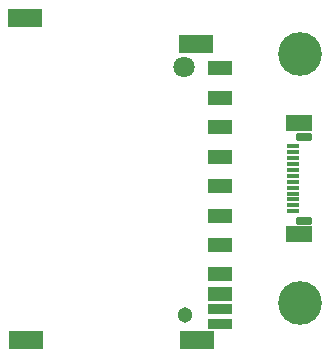
<source format=gbr>
%TF.GenerationSoftware,KiCad,Pcbnew,7.0.5*%
%TF.CreationDate,2023-06-27T10:39:10+05:00*%
%TF.ProjectId,jitx-design,6a697478-2d64-4657-9369-676e2e6b6963,rev?*%
%TF.SameCoordinates,Original*%
%TF.FileFunction,Soldermask,Bot*%
%TF.FilePolarity,Negative*%
%FSLAX46Y46*%
G04 Gerber Fmt 4.6, Leading zero omitted, Abs format (unit mm)*
G04 Created by KiCad (PCBNEW 7.0.5) date 2023-06-27 10:39:10*
%MOMM*%
%LPD*%
G01*
G04 APERTURE LIST*
G04 Aperture macros list*
%AMRoundRect*
0 Rectangle with rounded corners*
0 $1 Rounding radius*
0 $2 $3 $4 $5 $6 $7 $8 $9 X,Y pos of 4 corners*
0 Add a 4 corners polygon primitive as box body*
4,1,4,$2,$3,$4,$5,$6,$7,$8,$9,$2,$3,0*
0 Add four circle primitives for the rounded corners*
1,1,$1+$1,$2,$3*
1,1,$1+$1,$4,$5*
1,1,$1+$1,$6,$7*
1,1,$1+$1,$8,$9*
0 Add four rect primitives between the rounded corners*
20,1,$1+$1,$2,$3,$4,$5,0*
20,1,$1+$1,$4,$5,$6,$7,0*
20,1,$1+$1,$6,$7,$8,$9,0*
20,1,$1+$1,$8,$9,$2,$3,0*%
G04 Aperture macros list end*
%ADD10C,2.402000*%
%ADD11C,3.700000*%
%ADD12RoundRect,0.050000X0.600000X-0.250000X0.600000X0.250000X-0.600000X0.250000X-0.600000X-0.250000X0*%
%ADD13RoundRect,0.050000X1.050000X-0.650000X1.050000X0.650000X-1.050000X0.650000X-1.050000X-0.650000X0*%
%ADD14RoundRect,0.050000X0.500000X-0.150000X0.500000X0.150000X-0.500000X0.150000X-0.500000X-0.150000X0*%
%ADD15C,1.802000*%
%ADD16C,1.302000*%
%ADD17RoundRect,0.051000X-1.000000X0.500000X-1.000000X-0.500000X1.000000X-0.500000X1.000000X0.500000X0*%
%ADD18RoundRect,0.051000X-1.000000X0.350000X-1.000000X-0.350000X1.000000X-0.350000X1.000000X0.350000X0*%
%ADD19RoundRect,0.051000X-1.400000X0.750000X-1.400000X-0.750000X1.400000X-0.750000X1.400000X0.750000X0*%
G04 APERTURE END LIST*
D10*
%TO.C,U1*%
X150050000Y-97450000D03*
D11*
X150050000Y-97450000D03*
%TD*%
D10*
%TO.C,U2*%
X150050000Y-118550000D03*
D11*
X150050000Y-118550000D03*
%TD*%
D12*
%TO.C,USB1*%
X150336500Y-104425000D03*
D13*
X149887500Y-103300000D03*
X149887500Y-112700000D03*
D12*
X150336500Y-111575000D03*
D14*
X149437500Y-110750000D03*
X149437500Y-110250000D03*
X149437500Y-109750000D03*
X149437500Y-109250000D03*
X149437500Y-106750000D03*
X149437500Y-106250000D03*
X149437500Y-105750000D03*
X149437500Y-105250000D03*
X149437500Y-107250000D03*
X149437500Y-107750000D03*
X149437500Y-108250000D03*
X149437500Y-108750000D03*
%TD*%
D15*
%TO.C,Card1*%
X140225000Y-98500000D03*
D16*
X140275000Y-119500000D03*
D17*
X143275000Y-101130000D03*
X143275000Y-103630000D03*
X143275000Y-106130000D03*
X143275000Y-108630000D03*
X143275000Y-111130000D03*
X143275000Y-113630000D03*
X143275000Y-116060000D03*
X143275000Y-117760000D03*
X143275000Y-98630000D03*
D18*
X143275000Y-119060000D03*
X143275000Y-120260000D03*
D19*
X141325000Y-121650000D03*
X126825000Y-121650000D03*
X126725000Y-94350000D03*
X141225000Y-96550000D03*
%TD*%
M02*

</source>
